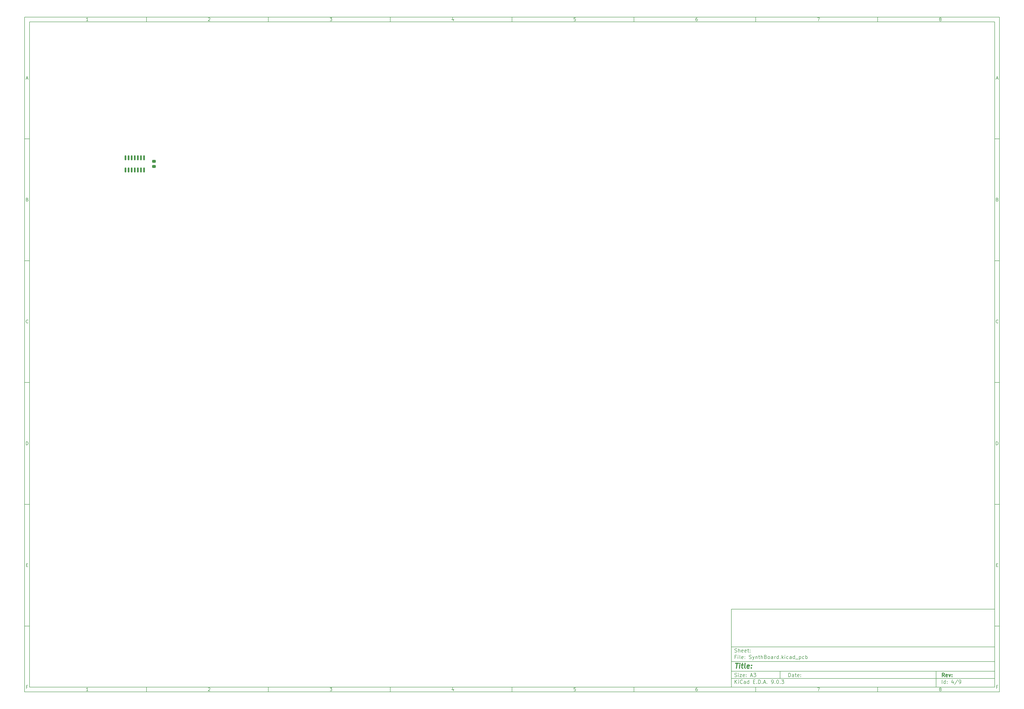
<source format=gbr>
%TF.GenerationSoftware,KiCad,Pcbnew,9.0.3*%
%TF.CreationDate,2025-09-21T20:18:17+09:00*%
%TF.ProjectId,SynthBoard,53796e74-6842-46f6-9172-642e6b696361,rev?*%
%TF.SameCoordinates,Original*%
%TF.FileFunction,Paste,Bot*%
%TF.FilePolarity,Positive*%
%FSLAX46Y46*%
G04 Gerber Fmt 4.6, Leading zero omitted, Abs format (unit mm)*
G04 Created by KiCad (PCBNEW 9.0.3) date 2025-09-21 20:18:17*
%MOMM*%
%LPD*%
G01*
G04 APERTURE LIST*
G04 Aperture macros list*
%AMRoundRect*
0 Rectangle with rounded corners*
0 $1 Rounding radius*
0 $2 $3 $4 $5 $6 $7 $8 $9 X,Y pos of 4 corners*
0 Add a 4 corners polygon primitive as box body*
4,1,4,$2,$3,$4,$5,$6,$7,$8,$9,$2,$3,0*
0 Add four circle primitives for the rounded corners*
1,1,$1+$1,$2,$3*
1,1,$1+$1,$4,$5*
1,1,$1+$1,$6,$7*
1,1,$1+$1,$8,$9*
0 Add four rect primitives between the rounded corners*
20,1,$1+$1,$2,$3,$4,$5,0*
20,1,$1+$1,$4,$5,$6,$7,0*
20,1,$1+$1,$6,$7,$8,$9,0*
20,1,$1+$1,$8,$9,$2,$3,0*%
G04 Aperture macros list end*
%ADD10C,0.100000*%
%ADD11C,0.150000*%
%ADD12C,0.300000*%
%ADD13C,0.400000*%
%ADD14RoundRect,0.150000X0.150000X-0.825000X0.150000X0.825000X-0.150000X0.825000X-0.150000X-0.825000X0*%
%ADD15RoundRect,0.250000X0.475000X-0.337500X0.475000X0.337500X-0.475000X0.337500X-0.475000X-0.337500X0*%
G04 APERTURE END LIST*
D10*
D11*
X299989000Y-253002200D02*
X407989000Y-253002200D01*
X407989000Y-285002200D01*
X299989000Y-285002200D01*
X299989000Y-253002200D01*
D10*
D11*
X10000000Y-10000000D02*
X409989000Y-10000000D01*
X409989000Y-287002200D01*
X10000000Y-287002200D01*
X10000000Y-10000000D01*
D10*
D11*
X12000000Y-12000000D02*
X407989000Y-12000000D01*
X407989000Y-285002200D01*
X12000000Y-285002200D01*
X12000000Y-12000000D01*
D10*
D11*
X60000000Y-12000000D02*
X60000000Y-10000000D01*
D10*
D11*
X110000000Y-12000000D02*
X110000000Y-10000000D01*
D10*
D11*
X160000000Y-12000000D02*
X160000000Y-10000000D01*
D10*
D11*
X210000000Y-12000000D02*
X210000000Y-10000000D01*
D10*
D11*
X260000000Y-12000000D02*
X260000000Y-10000000D01*
D10*
D11*
X310000000Y-12000000D02*
X310000000Y-10000000D01*
D10*
D11*
X360000000Y-12000000D02*
X360000000Y-10000000D01*
D10*
D11*
X36089160Y-11593604D02*
X35346303Y-11593604D01*
X35717731Y-11593604D02*
X35717731Y-10293604D01*
X35717731Y-10293604D02*
X35593922Y-10479319D01*
X35593922Y-10479319D02*
X35470112Y-10603128D01*
X35470112Y-10603128D02*
X35346303Y-10665033D01*
D10*
D11*
X85346303Y-10417414D02*
X85408207Y-10355509D01*
X85408207Y-10355509D02*
X85532017Y-10293604D01*
X85532017Y-10293604D02*
X85841541Y-10293604D01*
X85841541Y-10293604D02*
X85965350Y-10355509D01*
X85965350Y-10355509D02*
X86027255Y-10417414D01*
X86027255Y-10417414D02*
X86089160Y-10541223D01*
X86089160Y-10541223D02*
X86089160Y-10665033D01*
X86089160Y-10665033D02*
X86027255Y-10850747D01*
X86027255Y-10850747D02*
X85284398Y-11593604D01*
X85284398Y-11593604D02*
X86089160Y-11593604D01*
D10*
D11*
X135284398Y-10293604D02*
X136089160Y-10293604D01*
X136089160Y-10293604D02*
X135655826Y-10788842D01*
X135655826Y-10788842D02*
X135841541Y-10788842D01*
X135841541Y-10788842D02*
X135965350Y-10850747D01*
X135965350Y-10850747D02*
X136027255Y-10912652D01*
X136027255Y-10912652D02*
X136089160Y-11036461D01*
X136089160Y-11036461D02*
X136089160Y-11345985D01*
X136089160Y-11345985D02*
X136027255Y-11469795D01*
X136027255Y-11469795D02*
X135965350Y-11531700D01*
X135965350Y-11531700D02*
X135841541Y-11593604D01*
X135841541Y-11593604D02*
X135470112Y-11593604D01*
X135470112Y-11593604D02*
X135346303Y-11531700D01*
X135346303Y-11531700D02*
X135284398Y-11469795D01*
D10*
D11*
X185965350Y-10726938D02*
X185965350Y-11593604D01*
X185655826Y-10231700D02*
X185346303Y-11160271D01*
X185346303Y-11160271D02*
X186151064Y-11160271D01*
D10*
D11*
X236027255Y-10293604D02*
X235408207Y-10293604D01*
X235408207Y-10293604D02*
X235346303Y-10912652D01*
X235346303Y-10912652D02*
X235408207Y-10850747D01*
X235408207Y-10850747D02*
X235532017Y-10788842D01*
X235532017Y-10788842D02*
X235841541Y-10788842D01*
X235841541Y-10788842D02*
X235965350Y-10850747D01*
X235965350Y-10850747D02*
X236027255Y-10912652D01*
X236027255Y-10912652D02*
X236089160Y-11036461D01*
X236089160Y-11036461D02*
X236089160Y-11345985D01*
X236089160Y-11345985D02*
X236027255Y-11469795D01*
X236027255Y-11469795D02*
X235965350Y-11531700D01*
X235965350Y-11531700D02*
X235841541Y-11593604D01*
X235841541Y-11593604D02*
X235532017Y-11593604D01*
X235532017Y-11593604D02*
X235408207Y-11531700D01*
X235408207Y-11531700D02*
X235346303Y-11469795D01*
D10*
D11*
X285965350Y-10293604D02*
X285717731Y-10293604D01*
X285717731Y-10293604D02*
X285593922Y-10355509D01*
X285593922Y-10355509D02*
X285532017Y-10417414D01*
X285532017Y-10417414D02*
X285408207Y-10603128D01*
X285408207Y-10603128D02*
X285346303Y-10850747D01*
X285346303Y-10850747D02*
X285346303Y-11345985D01*
X285346303Y-11345985D02*
X285408207Y-11469795D01*
X285408207Y-11469795D02*
X285470112Y-11531700D01*
X285470112Y-11531700D02*
X285593922Y-11593604D01*
X285593922Y-11593604D02*
X285841541Y-11593604D01*
X285841541Y-11593604D02*
X285965350Y-11531700D01*
X285965350Y-11531700D02*
X286027255Y-11469795D01*
X286027255Y-11469795D02*
X286089160Y-11345985D01*
X286089160Y-11345985D02*
X286089160Y-11036461D01*
X286089160Y-11036461D02*
X286027255Y-10912652D01*
X286027255Y-10912652D02*
X285965350Y-10850747D01*
X285965350Y-10850747D02*
X285841541Y-10788842D01*
X285841541Y-10788842D02*
X285593922Y-10788842D01*
X285593922Y-10788842D02*
X285470112Y-10850747D01*
X285470112Y-10850747D02*
X285408207Y-10912652D01*
X285408207Y-10912652D02*
X285346303Y-11036461D01*
D10*
D11*
X335284398Y-10293604D02*
X336151064Y-10293604D01*
X336151064Y-10293604D02*
X335593922Y-11593604D01*
D10*
D11*
X385593922Y-10850747D02*
X385470112Y-10788842D01*
X385470112Y-10788842D02*
X385408207Y-10726938D01*
X385408207Y-10726938D02*
X385346303Y-10603128D01*
X385346303Y-10603128D02*
X385346303Y-10541223D01*
X385346303Y-10541223D02*
X385408207Y-10417414D01*
X385408207Y-10417414D02*
X385470112Y-10355509D01*
X385470112Y-10355509D02*
X385593922Y-10293604D01*
X385593922Y-10293604D02*
X385841541Y-10293604D01*
X385841541Y-10293604D02*
X385965350Y-10355509D01*
X385965350Y-10355509D02*
X386027255Y-10417414D01*
X386027255Y-10417414D02*
X386089160Y-10541223D01*
X386089160Y-10541223D02*
X386089160Y-10603128D01*
X386089160Y-10603128D02*
X386027255Y-10726938D01*
X386027255Y-10726938D02*
X385965350Y-10788842D01*
X385965350Y-10788842D02*
X385841541Y-10850747D01*
X385841541Y-10850747D02*
X385593922Y-10850747D01*
X385593922Y-10850747D02*
X385470112Y-10912652D01*
X385470112Y-10912652D02*
X385408207Y-10974557D01*
X385408207Y-10974557D02*
X385346303Y-11098366D01*
X385346303Y-11098366D02*
X385346303Y-11345985D01*
X385346303Y-11345985D02*
X385408207Y-11469795D01*
X385408207Y-11469795D02*
X385470112Y-11531700D01*
X385470112Y-11531700D02*
X385593922Y-11593604D01*
X385593922Y-11593604D02*
X385841541Y-11593604D01*
X385841541Y-11593604D02*
X385965350Y-11531700D01*
X385965350Y-11531700D02*
X386027255Y-11469795D01*
X386027255Y-11469795D02*
X386089160Y-11345985D01*
X386089160Y-11345985D02*
X386089160Y-11098366D01*
X386089160Y-11098366D02*
X386027255Y-10974557D01*
X386027255Y-10974557D02*
X385965350Y-10912652D01*
X385965350Y-10912652D02*
X385841541Y-10850747D01*
D10*
D11*
X60000000Y-285002200D02*
X60000000Y-287002200D01*
D10*
D11*
X110000000Y-285002200D02*
X110000000Y-287002200D01*
D10*
D11*
X160000000Y-285002200D02*
X160000000Y-287002200D01*
D10*
D11*
X210000000Y-285002200D02*
X210000000Y-287002200D01*
D10*
D11*
X260000000Y-285002200D02*
X260000000Y-287002200D01*
D10*
D11*
X310000000Y-285002200D02*
X310000000Y-287002200D01*
D10*
D11*
X360000000Y-285002200D02*
X360000000Y-287002200D01*
D10*
D11*
X36089160Y-286595804D02*
X35346303Y-286595804D01*
X35717731Y-286595804D02*
X35717731Y-285295804D01*
X35717731Y-285295804D02*
X35593922Y-285481519D01*
X35593922Y-285481519D02*
X35470112Y-285605328D01*
X35470112Y-285605328D02*
X35346303Y-285667233D01*
D10*
D11*
X85346303Y-285419614D02*
X85408207Y-285357709D01*
X85408207Y-285357709D02*
X85532017Y-285295804D01*
X85532017Y-285295804D02*
X85841541Y-285295804D01*
X85841541Y-285295804D02*
X85965350Y-285357709D01*
X85965350Y-285357709D02*
X86027255Y-285419614D01*
X86027255Y-285419614D02*
X86089160Y-285543423D01*
X86089160Y-285543423D02*
X86089160Y-285667233D01*
X86089160Y-285667233D02*
X86027255Y-285852947D01*
X86027255Y-285852947D02*
X85284398Y-286595804D01*
X85284398Y-286595804D02*
X86089160Y-286595804D01*
D10*
D11*
X135284398Y-285295804D02*
X136089160Y-285295804D01*
X136089160Y-285295804D02*
X135655826Y-285791042D01*
X135655826Y-285791042D02*
X135841541Y-285791042D01*
X135841541Y-285791042D02*
X135965350Y-285852947D01*
X135965350Y-285852947D02*
X136027255Y-285914852D01*
X136027255Y-285914852D02*
X136089160Y-286038661D01*
X136089160Y-286038661D02*
X136089160Y-286348185D01*
X136089160Y-286348185D02*
X136027255Y-286471995D01*
X136027255Y-286471995D02*
X135965350Y-286533900D01*
X135965350Y-286533900D02*
X135841541Y-286595804D01*
X135841541Y-286595804D02*
X135470112Y-286595804D01*
X135470112Y-286595804D02*
X135346303Y-286533900D01*
X135346303Y-286533900D02*
X135284398Y-286471995D01*
D10*
D11*
X185965350Y-285729138D02*
X185965350Y-286595804D01*
X185655826Y-285233900D02*
X185346303Y-286162471D01*
X185346303Y-286162471D02*
X186151064Y-286162471D01*
D10*
D11*
X236027255Y-285295804D02*
X235408207Y-285295804D01*
X235408207Y-285295804D02*
X235346303Y-285914852D01*
X235346303Y-285914852D02*
X235408207Y-285852947D01*
X235408207Y-285852947D02*
X235532017Y-285791042D01*
X235532017Y-285791042D02*
X235841541Y-285791042D01*
X235841541Y-285791042D02*
X235965350Y-285852947D01*
X235965350Y-285852947D02*
X236027255Y-285914852D01*
X236027255Y-285914852D02*
X236089160Y-286038661D01*
X236089160Y-286038661D02*
X236089160Y-286348185D01*
X236089160Y-286348185D02*
X236027255Y-286471995D01*
X236027255Y-286471995D02*
X235965350Y-286533900D01*
X235965350Y-286533900D02*
X235841541Y-286595804D01*
X235841541Y-286595804D02*
X235532017Y-286595804D01*
X235532017Y-286595804D02*
X235408207Y-286533900D01*
X235408207Y-286533900D02*
X235346303Y-286471995D01*
D10*
D11*
X285965350Y-285295804D02*
X285717731Y-285295804D01*
X285717731Y-285295804D02*
X285593922Y-285357709D01*
X285593922Y-285357709D02*
X285532017Y-285419614D01*
X285532017Y-285419614D02*
X285408207Y-285605328D01*
X285408207Y-285605328D02*
X285346303Y-285852947D01*
X285346303Y-285852947D02*
X285346303Y-286348185D01*
X285346303Y-286348185D02*
X285408207Y-286471995D01*
X285408207Y-286471995D02*
X285470112Y-286533900D01*
X285470112Y-286533900D02*
X285593922Y-286595804D01*
X285593922Y-286595804D02*
X285841541Y-286595804D01*
X285841541Y-286595804D02*
X285965350Y-286533900D01*
X285965350Y-286533900D02*
X286027255Y-286471995D01*
X286027255Y-286471995D02*
X286089160Y-286348185D01*
X286089160Y-286348185D02*
X286089160Y-286038661D01*
X286089160Y-286038661D02*
X286027255Y-285914852D01*
X286027255Y-285914852D02*
X285965350Y-285852947D01*
X285965350Y-285852947D02*
X285841541Y-285791042D01*
X285841541Y-285791042D02*
X285593922Y-285791042D01*
X285593922Y-285791042D02*
X285470112Y-285852947D01*
X285470112Y-285852947D02*
X285408207Y-285914852D01*
X285408207Y-285914852D02*
X285346303Y-286038661D01*
D10*
D11*
X335284398Y-285295804D02*
X336151064Y-285295804D01*
X336151064Y-285295804D02*
X335593922Y-286595804D01*
D10*
D11*
X385593922Y-285852947D02*
X385470112Y-285791042D01*
X385470112Y-285791042D02*
X385408207Y-285729138D01*
X385408207Y-285729138D02*
X385346303Y-285605328D01*
X385346303Y-285605328D02*
X385346303Y-285543423D01*
X385346303Y-285543423D02*
X385408207Y-285419614D01*
X385408207Y-285419614D02*
X385470112Y-285357709D01*
X385470112Y-285357709D02*
X385593922Y-285295804D01*
X385593922Y-285295804D02*
X385841541Y-285295804D01*
X385841541Y-285295804D02*
X385965350Y-285357709D01*
X385965350Y-285357709D02*
X386027255Y-285419614D01*
X386027255Y-285419614D02*
X386089160Y-285543423D01*
X386089160Y-285543423D02*
X386089160Y-285605328D01*
X386089160Y-285605328D02*
X386027255Y-285729138D01*
X386027255Y-285729138D02*
X385965350Y-285791042D01*
X385965350Y-285791042D02*
X385841541Y-285852947D01*
X385841541Y-285852947D02*
X385593922Y-285852947D01*
X385593922Y-285852947D02*
X385470112Y-285914852D01*
X385470112Y-285914852D02*
X385408207Y-285976757D01*
X385408207Y-285976757D02*
X385346303Y-286100566D01*
X385346303Y-286100566D02*
X385346303Y-286348185D01*
X385346303Y-286348185D02*
X385408207Y-286471995D01*
X385408207Y-286471995D02*
X385470112Y-286533900D01*
X385470112Y-286533900D02*
X385593922Y-286595804D01*
X385593922Y-286595804D02*
X385841541Y-286595804D01*
X385841541Y-286595804D02*
X385965350Y-286533900D01*
X385965350Y-286533900D02*
X386027255Y-286471995D01*
X386027255Y-286471995D02*
X386089160Y-286348185D01*
X386089160Y-286348185D02*
X386089160Y-286100566D01*
X386089160Y-286100566D02*
X386027255Y-285976757D01*
X386027255Y-285976757D02*
X385965350Y-285914852D01*
X385965350Y-285914852D02*
X385841541Y-285852947D01*
D10*
D11*
X10000000Y-60000000D02*
X12000000Y-60000000D01*
D10*
D11*
X10000000Y-110000000D02*
X12000000Y-110000000D01*
D10*
D11*
X10000000Y-160000000D02*
X12000000Y-160000000D01*
D10*
D11*
X10000000Y-210000000D02*
X12000000Y-210000000D01*
D10*
D11*
X10000000Y-260000000D02*
X12000000Y-260000000D01*
D10*
D11*
X10690476Y-35222176D02*
X11309523Y-35222176D01*
X10566666Y-35593604D02*
X10999999Y-34293604D01*
X10999999Y-34293604D02*
X11433333Y-35593604D01*
D10*
D11*
X11092857Y-84912652D02*
X11278571Y-84974557D01*
X11278571Y-84974557D02*
X11340476Y-85036461D01*
X11340476Y-85036461D02*
X11402380Y-85160271D01*
X11402380Y-85160271D02*
X11402380Y-85345985D01*
X11402380Y-85345985D02*
X11340476Y-85469795D01*
X11340476Y-85469795D02*
X11278571Y-85531700D01*
X11278571Y-85531700D02*
X11154761Y-85593604D01*
X11154761Y-85593604D02*
X10659523Y-85593604D01*
X10659523Y-85593604D02*
X10659523Y-84293604D01*
X10659523Y-84293604D02*
X11092857Y-84293604D01*
X11092857Y-84293604D02*
X11216666Y-84355509D01*
X11216666Y-84355509D02*
X11278571Y-84417414D01*
X11278571Y-84417414D02*
X11340476Y-84541223D01*
X11340476Y-84541223D02*
X11340476Y-84665033D01*
X11340476Y-84665033D02*
X11278571Y-84788842D01*
X11278571Y-84788842D02*
X11216666Y-84850747D01*
X11216666Y-84850747D02*
X11092857Y-84912652D01*
X11092857Y-84912652D02*
X10659523Y-84912652D01*
D10*
D11*
X11402380Y-135469795D02*
X11340476Y-135531700D01*
X11340476Y-135531700D02*
X11154761Y-135593604D01*
X11154761Y-135593604D02*
X11030952Y-135593604D01*
X11030952Y-135593604D02*
X10845238Y-135531700D01*
X10845238Y-135531700D02*
X10721428Y-135407890D01*
X10721428Y-135407890D02*
X10659523Y-135284080D01*
X10659523Y-135284080D02*
X10597619Y-135036461D01*
X10597619Y-135036461D02*
X10597619Y-134850747D01*
X10597619Y-134850747D02*
X10659523Y-134603128D01*
X10659523Y-134603128D02*
X10721428Y-134479319D01*
X10721428Y-134479319D02*
X10845238Y-134355509D01*
X10845238Y-134355509D02*
X11030952Y-134293604D01*
X11030952Y-134293604D02*
X11154761Y-134293604D01*
X11154761Y-134293604D02*
X11340476Y-134355509D01*
X11340476Y-134355509D02*
X11402380Y-134417414D01*
D10*
D11*
X10659523Y-185593604D02*
X10659523Y-184293604D01*
X10659523Y-184293604D02*
X10969047Y-184293604D01*
X10969047Y-184293604D02*
X11154761Y-184355509D01*
X11154761Y-184355509D02*
X11278571Y-184479319D01*
X11278571Y-184479319D02*
X11340476Y-184603128D01*
X11340476Y-184603128D02*
X11402380Y-184850747D01*
X11402380Y-184850747D02*
X11402380Y-185036461D01*
X11402380Y-185036461D02*
X11340476Y-185284080D01*
X11340476Y-185284080D02*
X11278571Y-185407890D01*
X11278571Y-185407890D02*
X11154761Y-185531700D01*
X11154761Y-185531700D02*
X10969047Y-185593604D01*
X10969047Y-185593604D02*
X10659523Y-185593604D01*
D10*
D11*
X10721428Y-234912652D02*
X11154762Y-234912652D01*
X11340476Y-235593604D02*
X10721428Y-235593604D01*
X10721428Y-235593604D02*
X10721428Y-234293604D01*
X10721428Y-234293604D02*
X11340476Y-234293604D01*
D10*
D11*
X11185714Y-284912652D02*
X10752380Y-284912652D01*
X10752380Y-285593604D02*
X10752380Y-284293604D01*
X10752380Y-284293604D02*
X11371428Y-284293604D01*
D10*
D11*
X409989000Y-60000000D02*
X407989000Y-60000000D01*
D10*
D11*
X409989000Y-110000000D02*
X407989000Y-110000000D01*
D10*
D11*
X409989000Y-160000000D02*
X407989000Y-160000000D01*
D10*
D11*
X409989000Y-210000000D02*
X407989000Y-210000000D01*
D10*
D11*
X409989000Y-260000000D02*
X407989000Y-260000000D01*
D10*
D11*
X408679476Y-35222176D02*
X409298523Y-35222176D01*
X408555666Y-35593604D02*
X408988999Y-34293604D01*
X408988999Y-34293604D02*
X409422333Y-35593604D01*
D10*
D11*
X409081857Y-84912652D02*
X409267571Y-84974557D01*
X409267571Y-84974557D02*
X409329476Y-85036461D01*
X409329476Y-85036461D02*
X409391380Y-85160271D01*
X409391380Y-85160271D02*
X409391380Y-85345985D01*
X409391380Y-85345985D02*
X409329476Y-85469795D01*
X409329476Y-85469795D02*
X409267571Y-85531700D01*
X409267571Y-85531700D02*
X409143761Y-85593604D01*
X409143761Y-85593604D02*
X408648523Y-85593604D01*
X408648523Y-85593604D02*
X408648523Y-84293604D01*
X408648523Y-84293604D02*
X409081857Y-84293604D01*
X409081857Y-84293604D02*
X409205666Y-84355509D01*
X409205666Y-84355509D02*
X409267571Y-84417414D01*
X409267571Y-84417414D02*
X409329476Y-84541223D01*
X409329476Y-84541223D02*
X409329476Y-84665033D01*
X409329476Y-84665033D02*
X409267571Y-84788842D01*
X409267571Y-84788842D02*
X409205666Y-84850747D01*
X409205666Y-84850747D02*
X409081857Y-84912652D01*
X409081857Y-84912652D02*
X408648523Y-84912652D01*
D10*
D11*
X409391380Y-135469795D02*
X409329476Y-135531700D01*
X409329476Y-135531700D02*
X409143761Y-135593604D01*
X409143761Y-135593604D02*
X409019952Y-135593604D01*
X409019952Y-135593604D02*
X408834238Y-135531700D01*
X408834238Y-135531700D02*
X408710428Y-135407890D01*
X408710428Y-135407890D02*
X408648523Y-135284080D01*
X408648523Y-135284080D02*
X408586619Y-135036461D01*
X408586619Y-135036461D02*
X408586619Y-134850747D01*
X408586619Y-134850747D02*
X408648523Y-134603128D01*
X408648523Y-134603128D02*
X408710428Y-134479319D01*
X408710428Y-134479319D02*
X408834238Y-134355509D01*
X408834238Y-134355509D02*
X409019952Y-134293604D01*
X409019952Y-134293604D02*
X409143761Y-134293604D01*
X409143761Y-134293604D02*
X409329476Y-134355509D01*
X409329476Y-134355509D02*
X409391380Y-134417414D01*
D10*
D11*
X408648523Y-185593604D02*
X408648523Y-184293604D01*
X408648523Y-184293604D02*
X408958047Y-184293604D01*
X408958047Y-184293604D02*
X409143761Y-184355509D01*
X409143761Y-184355509D02*
X409267571Y-184479319D01*
X409267571Y-184479319D02*
X409329476Y-184603128D01*
X409329476Y-184603128D02*
X409391380Y-184850747D01*
X409391380Y-184850747D02*
X409391380Y-185036461D01*
X409391380Y-185036461D02*
X409329476Y-185284080D01*
X409329476Y-185284080D02*
X409267571Y-185407890D01*
X409267571Y-185407890D02*
X409143761Y-185531700D01*
X409143761Y-185531700D02*
X408958047Y-185593604D01*
X408958047Y-185593604D02*
X408648523Y-185593604D01*
D10*
D11*
X408710428Y-234912652D02*
X409143762Y-234912652D01*
X409329476Y-235593604D02*
X408710428Y-235593604D01*
X408710428Y-235593604D02*
X408710428Y-234293604D01*
X408710428Y-234293604D02*
X409329476Y-234293604D01*
D10*
D11*
X409174714Y-284912652D02*
X408741380Y-284912652D01*
X408741380Y-285593604D02*
X408741380Y-284293604D01*
X408741380Y-284293604D02*
X409360428Y-284293604D01*
D10*
D11*
X323444826Y-280788328D02*
X323444826Y-279288328D01*
X323444826Y-279288328D02*
X323801969Y-279288328D01*
X323801969Y-279288328D02*
X324016255Y-279359757D01*
X324016255Y-279359757D02*
X324159112Y-279502614D01*
X324159112Y-279502614D02*
X324230541Y-279645471D01*
X324230541Y-279645471D02*
X324301969Y-279931185D01*
X324301969Y-279931185D02*
X324301969Y-280145471D01*
X324301969Y-280145471D02*
X324230541Y-280431185D01*
X324230541Y-280431185D02*
X324159112Y-280574042D01*
X324159112Y-280574042D02*
X324016255Y-280716900D01*
X324016255Y-280716900D02*
X323801969Y-280788328D01*
X323801969Y-280788328D02*
X323444826Y-280788328D01*
X325587684Y-280788328D02*
X325587684Y-280002614D01*
X325587684Y-280002614D02*
X325516255Y-279859757D01*
X325516255Y-279859757D02*
X325373398Y-279788328D01*
X325373398Y-279788328D02*
X325087684Y-279788328D01*
X325087684Y-279788328D02*
X324944826Y-279859757D01*
X325587684Y-280716900D02*
X325444826Y-280788328D01*
X325444826Y-280788328D02*
X325087684Y-280788328D01*
X325087684Y-280788328D02*
X324944826Y-280716900D01*
X324944826Y-280716900D02*
X324873398Y-280574042D01*
X324873398Y-280574042D02*
X324873398Y-280431185D01*
X324873398Y-280431185D02*
X324944826Y-280288328D01*
X324944826Y-280288328D02*
X325087684Y-280216900D01*
X325087684Y-280216900D02*
X325444826Y-280216900D01*
X325444826Y-280216900D02*
X325587684Y-280145471D01*
X326087684Y-279788328D02*
X326659112Y-279788328D01*
X326301969Y-279288328D02*
X326301969Y-280574042D01*
X326301969Y-280574042D02*
X326373398Y-280716900D01*
X326373398Y-280716900D02*
X326516255Y-280788328D01*
X326516255Y-280788328D02*
X326659112Y-280788328D01*
X327730541Y-280716900D02*
X327587684Y-280788328D01*
X327587684Y-280788328D02*
X327301970Y-280788328D01*
X327301970Y-280788328D02*
X327159112Y-280716900D01*
X327159112Y-280716900D02*
X327087684Y-280574042D01*
X327087684Y-280574042D02*
X327087684Y-280002614D01*
X327087684Y-280002614D02*
X327159112Y-279859757D01*
X327159112Y-279859757D02*
X327301970Y-279788328D01*
X327301970Y-279788328D02*
X327587684Y-279788328D01*
X327587684Y-279788328D02*
X327730541Y-279859757D01*
X327730541Y-279859757D02*
X327801970Y-280002614D01*
X327801970Y-280002614D02*
X327801970Y-280145471D01*
X327801970Y-280145471D02*
X327087684Y-280288328D01*
X328444826Y-280645471D02*
X328516255Y-280716900D01*
X328516255Y-280716900D02*
X328444826Y-280788328D01*
X328444826Y-280788328D02*
X328373398Y-280716900D01*
X328373398Y-280716900D02*
X328444826Y-280645471D01*
X328444826Y-280645471D02*
X328444826Y-280788328D01*
X328444826Y-279859757D02*
X328516255Y-279931185D01*
X328516255Y-279931185D02*
X328444826Y-280002614D01*
X328444826Y-280002614D02*
X328373398Y-279931185D01*
X328373398Y-279931185D02*
X328444826Y-279859757D01*
X328444826Y-279859757D02*
X328444826Y-280002614D01*
D10*
D11*
X299989000Y-281502200D02*
X407989000Y-281502200D01*
D10*
D11*
X301444826Y-283588328D02*
X301444826Y-282088328D01*
X302301969Y-283588328D02*
X301659112Y-282731185D01*
X302301969Y-282088328D02*
X301444826Y-282945471D01*
X302944826Y-283588328D02*
X302944826Y-282588328D01*
X302944826Y-282088328D02*
X302873398Y-282159757D01*
X302873398Y-282159757D02*
X302944826Y-282231185D01*
X302944826Y-282231185D02*
X303016255Y-282159757D01*
X303016255Y-282159757D02*
X302944826Y-282088328D01*
X302944826Y-282088328D02*
X302944826Y-282231185D01*
X304516255Y-283445471D02*
X304444827Y-283516900D01*
X304444827Y-283516900D02*
X304230541Y-283588328D01*
X304230541Y-283588328D02*
X304087684Y-283588328D01*
X304087684Y-283588328D02*
X303873398Y-283516900D01*
X303873398Y-283516900D02*
X303730541Y-283374042D01*
X303730541Y-283374042D02*
X303659112Y-283231185D01*
X303659112Y-283231185D02*
X303587684Y-282945471D01*
X303587684Y-282945471D02*
X303587684Y-282731185D01*
X303587684Y-282731185D02*
X303659112Y-282445471D01*
X303659112Y-282445471D02*
X303730541Y-282302614D01*
X303730541Y-282302614D02*
X303873398Y-282159757D01*
X303873398Y-282159757D02*
X304087684Y-282088328D01*
X304087684Y-282088328D02*
X304230541Y-282088328D01*
X304230541Y-282088328D02*
X304444827Y-282159757D01*
X304444827Y-282159757D02*
X304516255Y-282231185D01*
X305801970Y-283588328D02*
X305801970Y-282802614D01*
X305801970Y-282802614D02*
X305730541Y-282659757D01*
X305730541Y-282659757D02*
X305587684Y-282588328D01*
X305587684Y-282588328D02*
X305301970Y-282588328D01*
X305301970Y-282588328D02*
X305159112Y-282659757D01*
X305801970Y-283516900D02*
X305659112Y-283588328D01*
X305659112Y-283588328D02*
X305301970Y-283588328D01*
X305301970Y-283588328D02*
X305159112Y-283516900D01*
X305159112Y-283516900D02*
X305087684Y-283374042D01*
X305087684Y-283374042D02*
X305087684Y-283231185D01*
X305087684Y-283231185D02*
X305159112Y-283088328D01*
X305159112Y-283088328D02*
X305301970Y-283016900D01*
X305301970Y-283016900D02*
X305659112Y-283016900D01*
X305659112Y-283016900D02*
X305801970Y-282945471D01*
X307159113Y-283588328D02*
X307159113Y-282088328D01*
X307159113Y-283516900D02*
X307016255Y-283588328D01*
X307016255Y-283588328D02*
X306730541Y-283588328D01*
X306730541Y-283588328D02*
X306587684Y-283516900D01*
X306587684Y-283516900D02*
X306516255Y-283445471D01*
X306516255Y-283445471D02*
X306444827Y-283302614D01*
X306444827Y-283302614D02*
X306444827Y-282874042D01*
X306444827Y-282874042D02*
X306516255Y-282731185D01*
X306516255Y-282731185D02*
X306587684Y-282659757D01*
X306587684Y-282659757D02*
X306730541Y-282588328D01*
X306730541Y-282588328D02*
X307016255Y-282588328D01*
X307016255Y-282588328D02*
X307159113Y-282659757D01*
X309016255Y-282802614D02*
X309516255Y-282802614D01*
X309730541Y-283588328D02*
X309016255Y-283588328D01*
X309016255Y-283588328D02*
X309016255Y-282088328D01*
X309016255Y-282088328D02*
X309730541Y-282088328D01*
X310373398Y-283445471D02*
X310444827Y-283516900D01*
X310444827Y-283516900D02*
X310373398Y-283588328D01*
X310373398Y-283588328D02*
X310301970Y-283516900D01*
X310301970Y-283516900D02*
X310373398Y-283445471D01*
X310373398Y-283445471D02*
X310373398Y-283588328D01*
X311087684Y-283588328D02*
X311087684Y-282088328D01*
X311087684Y-282088328D02*
X311444827Y-282088328D01*
X311444827Y-282088328D02*
X311659113Y-282159757D01*
X311659113Y-282159757D02*
X311801970Y-282302614D01*
X311801970Y-282302614D02*
X311873399Y-282445471D01*
X311873399Y-282445471D02*
X311944827Y-282731185D01*
X311944827Y-282731185D02*
X311944827Y-282945471D01*
X311944827Y-282945471D02*
X311873399Y-283231185D01*
X311873399Y-283231185D02*
X311801970Y-283374042D01*
X311801970Y-283374042D02*
X311659113Y-283516900D01*
X311659113Y-283516900D02*
X311444827Y-283588328D01*
X311444827Y-283588328D02*
X311087684Y-283588328D01*
X312587684Y-283445471D02*
X312659113Y-283516900D01*
X312659113Y-283516900D02*
X312587684Y-283588328D01*
X312587684Y-283588328D02*
X312516256Y-283516900D01*
X312516256Y-283516900D02*
X312587684Y-283445471D01*
X312587684Y-283445471D02*
X312587684Y-283588328D01*
X313230542Y-283159757D02*
X313944828Y-283159757D01*
X313087685Y-283588328D02*
X313587685Y-282088328D01*
X313587685Y-282088328D02*
X314087685Y-283588328D01*
X314587684Y-283445471D02*
X314659113Y-283516900D01*
X314659113Y-283516900D02*
X314587684Y-283588328D01*
X314587684Y-283588328D02*
X314516256Y-283516900D01*
X314516256Y-283516900D02*
X314587684Y-283445471D01*
X314587684Y-283445471D02*
X314587684Y-283588328D01*
X316516256Y-283588328D02*
X316801970Y-283588328D01*
X316801970Y-283588328D02*
X316944827Y-283516900D01*
X316944827Y-283516900D02*
X317016256Y-283445471D01*
X317016256Y-283445471D02*
X317159113Y-283231185D01*
X317159113Y-283231185D02*
X317230542Y-282945471D01*
X317230542Y-282945471D02*
X317230542Y-282374042D01*
X317230542Y-282374042D02*
X317159113Y-282231185D01*
X317159113Y-282231185D02*
X317087685Y-282159757D01*
X317087685Y-282159757D02*
X316944827Y-282088328D01*
X316944827Y-282088328D02*
X316659113Y-282088328D01*
X316659113Y-282088328D02*
X316516256Y-282159757D01*
X316516256Y-282159757D02*
X316444827Y-282231185D01*
X316444827Y-282231185D02*
X316373399Y-282374042D01*
X316373399Y-282374042D02*
X316373399Y-282731185D01*
X316373399Y-282731185D02*
X316444827Y-282874042D01*
X316444827Y-282874042D02*
X316516256Y-282945471D01*
X316516256Y-282945471D02*
X316659113Y-283016900D01*
X316659113Y-283016900D02*
X316944827Y-283016900D01*
X316944827Y-283016900D02*
X317087685Y-282945471D01*
X317087685Y-282945471D02*
X317159113Y-282874042D01*
X317159113Y-282874042D02*
X317230542Y-282731185D01*
X317873398Y-283445471D02*
X317944827Y-283516900D01*
X317944827Y-283516900D02*
X317873398Y-283588328D01*
X317873398Y-283588328D02*
X317801970Y-283516900D01*
X317801970Y-283516900D02*
X317873398Y-283445471D01*
X317873398Y-283445471D02*
X317873398Y-283588328D01*
X318873399Y-282088328D02*
X319016256Y-282088328D01*
X319016256Y-282088328D02*
X319159113Y-282159757D01*
X319159113Y-282159757D02*
X319230542Y-282231185D01*
X319230542Y-282231185D02*
X319301970Y-282374042D01*
X319301970Y-282374042D02*
X319373399Y-282659757D01*
X319373399Y-282659757D02*
X319373399Y-283016900D01*
X319373399Y-283016900D02*
X319301970Y-283302614D01*
X319301970Y-283302614D02*
X319230542Y-283445471D01*
X319230542Y-283445471D02*
X319159113Y-283516900D01*
X319159113Y-283516900D02*
X319016256Y-283588328D01*
X319016256Y-283588328D02*
X318873399Y-283588328D01*
X318873399Y-283588328D02*
X318730542Y-283516900D01*
X318730542Y-283516900D02*
X318659113Y-283445471D01*
X318659113Y-283445471D02*
X318587684Y-283302614D01*
X318587684Y-283302614D02*
X318516256Y-283016900D01*
X318516256Y-283016900D02*
X318516256Y-282659757D01*
X318516256Y-282659757D02*
X318587684Y-282374042D01*
X318587684Y-282374042D02*
X318659113Y-282231185D01*
X318659113Y-282231185D02*
X318730542Y-282159757D01*
X318730542Y-282159757D02*
X318873399Y-282088328D01*
X320016255Y-283445471D02*
X320087684Y-283516900D01*
X320087684Y-283516900D02*
X320016255Y-283588328D01*
X320016255Y-283588328D02*
X319944827Y-283516900D01*
X319944827Y-283516900D02*
X320016255Y-283445471D01*
X320016255Y-283445471D02*
X320016255Y-283588328D01*
X320587684Y-282088328D02*
X321516256Y-282088328D01*
X321516256Y-282088328D02*
X321016256Y-282659757D01*
X321016256Y-282659757D02*
X321230541Y-282659757D01*
X321230541Y-282659757D02*
X321373399Y-282731185D01*
X321373399Y-282731185D02*
X321444827Y-282802614D01*
X321444827Y-282802614D02*
X321516256Y-282945471D01*
X321516256Y-282945471D02*
X321516256Y-283302614D01*
X321516256Y-283302614D02*
X321444827Y-283445471D01*
X321444827Y-283445471D02*
X321373399Y-283516900D01*
X321373399Y-283516900D02*
X321230541Y-283588328D01*
X321230541Y-283588328D02*
X320801970Y-283588328D01*
X320801970Y-283588328D02*
X320659113Y-283516900D01*
X320659113Y-283516900D02*
X320587684Y-283445471D01*
D10*
D11*
X299989000Y-278502200D02*
X407989000Y-278502200D01*
D10*
D12*
X387400653Y-280780528D02*
X386900653Y-280066242D01*
X386543510Y-280780528D02*
X386543510Y-279280528D01*
X386543510Y-279280528D02*
X387114939Y-279280528D01*
X387114939Y-279280528D02*
X387257796Y-279351957D01*
X387257796Y-279351957D02*
X387329225Y-279423385D01*
X387329225Y-279423385D02*
X387400653Y-279566242D01*
X387400653Y-279566242D02*
X387400653Y-279780528D01*
X387400653Y-279780528D02*
X387329225Y-279923385D01*
X387329225Y-279923385D02*
X387257796Y-279994814D01*
X387257796Y-279994814D02*
X387114939Y-280066242D01*
X387114939Y-280066242D02*
X386543510Y-280066242D01*
X388614939Y-280709100D02*
X388472082Y-280780528D01*
X388472082Y-280780528D02*
X388186368Y-280780528D01*
X388186368Y-280780528D02*
X388043510Y-280709100D01*
X388043510Y-280709100D02*
X387972082Y-280566242D01*
X387972082Y-280566242D02*
X387972082Y-279994814D01*
X387972082Y-279994814D02*
X388043510Y-279851957D01*
X388043510Y-279851957D02*
X388186368Y-279780528D01*
X388186368Y-279780528D02*
X388472082Y-279780528D01*
X388472082Y-279780528D02*
X388614939Y-279851957D01*
X388614939Y-279851957D02*
X388686368Y-279994814D01*
X388686368Y-279994814D02*
X388686368Y-280137671D01*
X388686368Y-280137671D02*
X387972082Y-280280528D01*
X389186367Y-279780528D02*
X389543510Y-280780528D01*
X389543510Y-280780528D02*
X389900653Y-279780528D01*
X390472081Y-280637671D02*
X390543510Y-280709100D01*
X390543510Y-280709100D02*
X390472081Y-280780528D01*
X390472081Y-280780528D02*
X390400653Y-280709100D01*
X390400653Y-280709100D02*
X390472081Y-280637671D01*
X390472081Y-280637671D02*
X390472081Y-280780528D01*
X390472081Y-279851957D02*
X390543510Y-279923385D01*
X390543510Y-279923385D02*
X390472081Y-279994814D01*
X390472081Y-279994814D02*
X390400653Y-279923385D01*
X390400653Y-279923385D02*
X390472081Y-279851957D01*
X390472081Y-279851957D02*
X390472081Y-279994814D01*
D10*
D11*
X301373398Y-280716900D02*
X301587684Y-280788328D01*
X301587684Y-280788328D02*
X301944826Y-280788328D01*
X301944826Y-280788328D02*
X302087684Y-280716900D01*
X302087684Y-280716900D02*
X302159112Y-280645471D01*
X302159112Y-280645471D02*
X302230541Y-280502614D01*
X302230541Y-280502614D02*
X302230541Y-280359757D01*
X302230541Y-280359757D02*
X302159112Y-280216900D01*
X302159112Y-280216900D02*
X302087684Y-280145471D01*
X302087684Y-280145471D02*
X301944826Y-280074042D01*
X301944826Y-280074042D02*
X301659112Y-280002614D01*
X301659112Y-280002614D02*
X301516255Y-279931185D01*
X301516255Y-279931185D02*
X301444826Y-279859757D01*
X301444826Y-279859757D02*
X301373398Y-279716900D01*
X301373398Y-279716900D02*
X301373398Y-279574042D01*
X301373398Y-279574042D02*
X301444826Y-279431185D01*
X301444826Y-279431185D02*
X301516255Y-279359757D01*
X301516255Y-279359757D02*
X301659112Y-279288328D01*
X301659112Y-279288328D02*
X302016255Y-279288328D01*
X302016255Y-279288328D02*
X302230541Y-279359757D01*
X302873397Y-280788328D02*
X302873397Y-279788328D01*
X302873397Y-279288328D02*
X302801969Y-279359757D01*
X302801969Y-279359757D02*
X302873397Y-279431185D01*
X302873397Y-279431185D02*
X302944826Y-279359757D01*
X302944826Y-279359757D02*
X302873397Y-279288328D01*
X302873397Y-279288328D02*
X302873397Y-279431185D01*
X303444826Y-279788328D02*
X304230541Y-279788328D01*
X304230541Y-279788328D02*
X303444826Y-280788328D01*
X303444826Y-280788328D02*
X304230541Y-280788328D01*
X305373398Y-280716900D02*
X305230541Y-280788328D01*
X305230541Y-280788328D02*
X304944827Y-280788328D01*
X304944827Y-280788328D02*
X304801969Y-280716900D01*
X304801969Y-280716900D02*
X304730541Y-280574042D01*
X304730541Y-280574042D02*
X304730541Y-280002614D01*
X304730541Y-280002614D02*
X304801969Y-279859757D01*
X304801969Y-279859757D02*
X304944827Y-279788328D01*
X304944827Y-279788328D02*
X305230541Y-279788328D01*
X305230541Y-279788328D02*
X305373398Y-279859757D01*
X305373398Y-279859757D02*
X305444827Y-280002614D01*
X305444827Y-280002614D02*
X305444827Y-280145471D01*
X305444827Y-280145471D02*
X304730541Y-280288328D01*
X306087683Y-280645471D02*
X306159112Y-280716900D01*
X306159112Y-280716900D02*
X306087683Y-280788328D01*
X306087683Y-280788328D02*
X306016255Y-280716900D01*
X306016255Y-280716900D02*
X306087683Y-280645471D01*
X306087683Y-280645471D02*
X306087683Y-280788328D01*
X306087683Y-279859757D02*
X306159112Y-279931185D01*
X306159112Y-279931185D02*
X306087683Y-280002614D01*
X306087683Y-280002614D02*
X306016255Y-279931185D01*
X306016255Y-279931185D02*
X306087683Y-279859757D01*
X306087683Y-279859757D02*
X306087683Y-280002614D01*
X307873398Y-280359757D02*
X308587684Y-280359757D01*
X307730541Y-280788328D02*
X308230541Y-279288328D01*
X308230541Y-279288328D02*
X308730541Y-280788328D01*
X309087683Y-279288328D02*
X310016255Y-279288328D01*
X310016255Y-279288328D02*
X309516255Y-279859757D01*
X309516255Y-279859757D02*
X309730540Y-279859757D01*
X309730540Y-279859757D02*
X309873398Y-279931185D01*
X309873398Y-279931185D02*
X309944826Y-280002614D01*
X309944826Y-280002614D02*
X310016255Y-280145471D01*
X310016255Y-280145471D02*
X310016255Y-280502614D01*
X310016255Y-280502614D02*
X309944826Y-280645471D01*
X309944826Y-280645471D02*
X309873398Y-280716900D01*
X309873398Y-280716900D02*
X309730540Y-280788328D01*
X309730540Y-280788328D02*
X309301969Y-280788328D01*
X309301969Y-280788328D02*
X309159112Y-280716900D01*
X309159112Y-280716900D02*
X309087683Y-280645471D01*
D10*
D11*
X386444826Y-283588328D02*
X386444826Y-282088328D01*
X387801970Y-283588328D02*
X387801970Y-282088328D01*
X387801970Y-283516900D02*
X387659112Y-283588328D01*
X387659112Y-283588328D02*
X387373398Y-283588328D01*
X387373398Y-283588328D02*
X387230541Y-283516900D01*
X387230541Y-283516900D02*
X387159112Y-283445471D01*
X387159112Y-283445471D02*
X387087684Y-283302614D01*
X387087684Y-283302614D02*
X387087684Y-282874042D01*
X387087684Y-282874042D02*
X387159112Y-282731185D01*
X387159112Y-282731185D02*
X387230541Y-282659757D01*
X387230541Y-282659757D02*
X387373398Y-282588328D01*
X387373398Y-282588328D02*
X387659112Y-282588328D01*
X387659112Y-282588328D02*
X387801970Y-282659757D01*
X388516255Y-283445471D02*
X388587684Y-283516900D01*
X388587684Y-283516900D02*
X388516255Y-283588328D01*
X388516255Y-283588328D02*
X388444827Y-283516900D01*
X388444827Y-283516900D02*
X388516255Y-283445471D01*
X388516255Y-283445471D02*
X388516255Y-283588328D01*
X388516255Y-282659757D02*
X388587684Y-282731185D01*
X388587684Y-282731185D02*
X388516255Y-282802614D01*
X388516255Y-282802614D02*
X388444827Y-282731185D01*
X388444827Y-282731185D02*
X388516255Y-282659757D01*
X388516255Y-282659757D02*
X388516255Y-282802614D01*
X391016256Y-282588328D02*
X391016256Y-283588328D01*
X390659113Y-282016900D02*
X390301970Y-283088328D01*
X390301970Y-283088328D02*
X391230541Y-283088328D01*
X392873398Y-282016900D02*
X391587684Y-283945471D01*
X393444827Y-283588328D02*
X393730541Y-283588328D01*
X393730541Y-283588328D02*
X393873398Y-283516900D01*
X393873398Y-283516900D02*
X393944827Y-283445471D01*
X393944827Y-283445471D02*
X394087684Y-283231185D01*
X394087684Y-283231185D02*
X394159113Y-282945471D01*
X394159113Y-282945471D02*
X394159113Y-282374042D01*
X394159113Y-282374042D02*
X394087684Y-282231185D01*
X394087684Y-282231185D02*
X394016256Y-282159757D01*
X394016256Y-282159757D02*
X393873398Y-282088328D01*
X393873398Y-282088328D02*
X393587684Y-282088328D01*
X393587684Y-282088328D02*
X393444827Y-282159757D01*
X393444827Y-282159757D02*
X393373398Y-282231185D01*
X393373398Y-282231185D02*
X393301970Y-282374042D01*
X393301970Y-282374042D02*
X393301970Y-282731185D01*
X393301970Y-282731185D02*
X393373398Y-282874042D01*
X393373398Y-282874042D02*
X393444827Y-282945471D01*
X393444827Y-282945471D02*
X393587684Y-283016900D01*
X393587684Y-283016900D02*
X393873398Y-283016900D01*
X393873398Y-283016900D02*
X394016256Y-282945471D01*
X394016256Y-282945471D02*
X394087684Y-282874042D01*
X394087684Y-282874042D02*
X394159113Y-282731185D01*
D10*
D11*
X299989000Y-274502200D02*
X407989000Y-274502200D01*
D10*
D13*
X301680728Y-275206638D02*
X302823585Y-275206638D01*
X302002157Y-277206638D02*
X302252157Y-275206638D01*
X303240252Y-277206638D02*
X303406919Y-275873304D01*
X303490252Y-275206638D02*
X303383109Y-275301876D01*
X303383109Y-275301876D02*
X303466443Y-275397114D01*
X303466443Y-275397114D02*
X303573586Y-275301876D01*
X303573586Y-275301876D02*
X303490252Y-275206638D01*
X303490252Y-275206638D02*
X303466443Y-275397114D01*
X304073586Y-275873304D02*
X304835490Y-275873304D01*
X304442633Y-275206638D02*
X304228348Y-276920923D01*
X304228348Y-276920923D02*
X304299776Y-277111400D01*
X304299776Y-277111400D02*
X304478348Y-277206638D01*
X304478348Y-277206638D02*
X304668824Y-277206638D01*
X305621205Y-277206638D02*
X305442633Y-277111400D01*
X305442633Y-277111400D02*
X305371205Y-276920923D01*
X305371205Y-276920923D02*
X305585490Y-275206638D01*
X307156919Y-277111400D02*
X306954538Y-277206638D01*
X306954538Y-277206638D02*
X306573585Y-277206638D01*
X306573585Y-277206638D02*
X306395014Y-277111400D01*
X306395014Y-277111400D02*
X306323585Y-276920923D01*
X306323585Y-276920923D02*
X306418824Y-276159019D01*
X306418824Y-276159019D02*
X306537871Y-275968542D01*
X306537871Y-275968542D02*
X306740252Y-275873304D01*
X306740252Y-275873304D02*
X307121204Y-275873304D01*
X307121204Y-275873304D02*
X307299776Y-275968542D01*
X307299776Y-275968542D02*
X307371204Y-276159019D01*
X307371204Y-276159019D02*
X307347395Y-276349495D01*
X307347395Y-276349495D02*
X306371204Y-276539971D01*
X308121205Y-277016161D02*
X308204538Y-277111400D01*
X308204538Y-277111400D02*
X308097395Y-277206638D01*
X308097395Y-277206638D02*
X308014062Y-277111400D01*
X308014062Y-277111400D02*
X308121205Y-277016161D01*
X308121205Y-277016161D02*
X308097395Y-277206638D01*
X308252157Y-275968542D02*
X308335490Y-276063780D01*
X308335490Y-276063780D02*
X308228348Y-276159019D01*
X308228348Y-276159019D02*
X308145014Y-276063780D01*
X308145014Y-276063780D02*
X308252157Y-275968542D01*
X308252157Y-275968542D02*
X308228348Y-276159019D01*
D10*
D11*
X301944826Y-272602614D02*
X301444826Y-272602614D01*
X301444826Y-273388328D02*
X301444826Y-271888328D01*
X301444826Y-271888328D02*
X302159112Y-271888328D01*
X302730540Y-273388328D02*
X302730540Y-272388328D01*
X302730540Y-271888328D02*
X302659112Y-271959757D01*
X302659112Y-271959757D02*
X302730540Y-272031185D01*
X302730540Y-272031185D02*
X302801969Y-271959757D01*
X302801969Y-271959757D02*
X302730540Y-271888328D01*
X302730540Y-271888328D02*
X302730540Y-272031185D01*
X303659112Y-273388328D02*
X303516255Y-273316900D01*
X303516255Y-273316900D02*
X303444826Y-273174042D01*
X303444826Y-273174042D02*
X303444826Y-271888328D01*
X304801969Y-273316900D02*
X304659112Y-273388328D01*
X304659112Y-273388328D02*
X304373398Y-273388328D01*
X304373398Y-273388328D02*
X304230540Y-273316900D01*
X304230540Y-273316900D02*
X304159112Y-273174042D01*
X304159112Y-273174042D02*
X304159112Y-272602614D01*
X304159112Y-272602614D02*
X304230540Y-272459757D01*
X304230540Y-272459757D02*
X304373398Y-272388328D01*
X304373398Y-272388328D02*
X304659112Y-272388328D01*
X304659112Y-272388328D02*
X304801969Y-272459757D01*
X304801969Y-272459757D02*
X304873398Y-272602614D01*
X304873398Y-272602614D02*
X304873398Y-272745471D01*
X304873398Y-272745471D02*
X304159112Y-272888328D01*
X305516254Y-273245471D02*
X305587683Y-273316900D01*
X305587683Y-273316900D02*
X305516254Y-273388328D01*
X305516254Y-273388328D02*
X305444826Y-273316900D01*
X305444826Y-273316900D02*
X305516254Y-273245471D01*
X305516254Y-273245471D02*
X305516254Y-273388328D01*
X305516254Y-272459757D02*
X305587683Y-272531185D01*
X305587683Y-272531185D02*
X305516254Y-272602614D01*
X305516254Y-272602614D02*
X305444826Y-272531185D01*
X305444826Y-272531185D02*
X305516254Y-272459757D01*
X305516254Y-272459757D02*
X305516254Y-272602614D01*
X307301969Y-273316900D02*
X307516255Y-273388328D01*
X307516255Y-273388328D02*
X307873397Y-273388328D01*
X307873397Y-273388328D02*
X308016255Y-273316900D01*
X308016255Y-273316900D02*
X308087683Y-273245471D01*
X308087683Y-273245471D02*
X308159112Y-273102614D01*
X308159112Y-273102614D02*
X308159112Y-272959757D01*
X308159112Y-272959757D02*
X308087683Y-272816900D01*
X308087683Y-272816900D02*
X308016255Y-272745471D01*
X308016255Y-272745471D02*
X307873397Y-272674042D01*
X307873397Y-272674042D02*
X307587683Y-272602614D01*
X307587683Y-272602614D02*
X307444826Y-272531185D01*
X307444826Y-272531185D02*
X307373397Y-272459757D01*
X307373397Y-272459757D02*
X307301969Y-272316900D01*
X307301969Y-272316900D02*
X307301969Y-272174042D01*
X307301969Y-272174042D02*
X307373397Y-272031185D01*
X307373397Y-272031185D02*
X307444826Y-271959757D01*
X307444826Y-271959757D02*
X307587683Y-271888328D01*
X307587683Y-271888328D02*
X307944826Y-271888328D01*
X307944826Y-271888328D02*
X308159112Y-271959757D01*
X308659111Y-272388328D02*
X309016254Y-273388328D01*
X309373397Y-272388328D02*
X309016254Y-273388328D01*
X309016254Y-273388328D02*
X308873397Y-273745471D01*
X308873397Y-273745471D02*
X308801968Y-273816900D01*
X308801968Y-273816900D02*
X308659111Y-273888328D01*
X309944825Y-272388328D02*
X309944825Y-273388328D01*
X309944825Y-272531185D02*
X310016254Y-272459757D01*
X310016254Y-272459757D02*
X310159111Y-272388328D01*
X310159111Y-272388328D02*
X310373397Y-272388328D01*
X310373397Y-272388328D02*
X310516254Y-272459757D01*
X310516254Y-272459757D02*
X310587683Y-272602614D01*
X310587683Y-272602614D02*
X310587683Y-273388328D01*
X311087683Y-272388328D02*
X311659111Y-272388328D01*
X311301968Y-271888328D02*
X311301968Y-273174042D01*
X311301968Y-273174042D02*
X311373397Y-273316900D01*
X311373397Y-273316900D02*
X311516254Y-273388328D01*
X311516254Y-273388328D02*
X311659111Y-273388328D01*
X312159111Y-273388328D02*
X312159111Y-271888328D01*
X312801969Y-273388328D02*
X312801969Y-272602614D01*
X312801969Y-272602614D02*
X312730540Y-272459757D01*
X312730540Y-272459757D02*
X312587683Y-272388328D01*
X312587683Y-272388328D02*
X312373397Y-272388328D01*
X312373397Y-272388328D02*
X312230540Y-272459757D01*
X312230540Y-272459757D02*
X312159111Y-272531185D01*
X314016254Y-272602614D02*
X314230540Y-272674042D01*
X314230540Y-272674042D02*
X314301969Y-272745471D01*
X314301969Y-272745471D02*
X314373397Y-272888328D01*
X314373397Y-272888328D02*
X314373397Y-273102614D01*
X314373397Y-273102614D02*
X314301969Y-273245471D01*
X314301969Y-273245471D02*
X314230540Y-273316900D01*
X314230540Y-273316900D02*
X314087683Y-273388328D01*
X314087683Y-273388328D02*
X313516254Y-273388328D01*
X313516254Y-273388328D02*
X313516254Y-271888328D01*
X313516254Y-271888328D02*
X314016254Y-271888328D01*
X314016254Y-271888328D02*
X314159112Y-271959757D01*
X314159112Y-271959757D02*
X314230540Y-272031185D01*
X314230540Y-272031185D02*
X314301969Y-272174042D01*
X314301969Y-272174042D02*
X314301969Y-272316900D01*
X314301969Y-272316900D02*
X314230540Y-272459757D01*
X314230540Y-272459757D02*
X314159112Y-272531185D01*
X314159112Y-272531185D02*
X314016254Y-272602614D01*
X314016254Y-272602614D02*
X313516254Y-272602614D01*
X315230540Y-273388328D02*
X315087683Y-273316900D01*
X315087683Y-273316900D02*
X315016254Y-273245471D01*
X315016254Y-273245471D02*
X314944826Y-273102614D01*
X314944826Y-273102614D02*
X314944826Y-272674042D01*
X314944826Y-272674042D02*
X315016254Y-272531185D01*
X315016254Y-272531185D02*
X315087683Y-272459757D01*
X315087683Y-272459757D02*
X315230540Y-272388328D01*
X315230540Y-272388328D02*
X315444826Y-272388328D01*
X315444826Y-272388328D02*
X315587683Y-272459757D01*
X315587683Y-272459757D02*
X315659112Y-272531185D01*
X315659112Y-272531185D02*
X315730540Y-272674042D01*
X315730540Y-272674042D02*
X315730540Y-273102614D01*
X315730540Y-273102614D02*
X315659112Y-273245471D01*
X315659112Y-273245471D02*
X315587683Y-273316900D01*
X315587683Y-273316900D02*
X315444826Y-273388328D01*
X315444826Y-273388328D02*
X315230540Y-273388328D01*
X317016255Y-273388328D02*
X317016255Y-272602614D01*
X317016255Y-272602614D02*
X316944826Y-272459757D01*
X316944826Y-272459757D02*
X316801969Y-272388328D01*
X316801969Y-272388328D02*
X316516255Y-272388328D01*
X316516255Y-272388328D02*
X316373397Y-272459757D01*
X317016255Y-273316900D02*
X316873397Y-273388328D01*
X316873397Y-273388328D02*
X316516255Y-273388328D01*
X316516255Y-273388328D02*
X316373397Y-273316900D01*
X316373397Y-273316900D02*
X316301969Y-273174042D01*
X316301969Y-273174042D02*
X316301969Y-273031185D01*
X316301969Y-273031185D02*
X316373397Y-272888328D01*
X316373397Y-272888328D02*
X316516255Y-272816900D01*
X316516255Y-272816900D02*
X316873397Y-272816900D01*
X316873397Y-272816900D02*
X317016255Y-272745471D01*
X317730540Y-273388328D02*
X317730540Y-272388328D01*
X317730540Y-272674042D02*
X317801969Y-272531185D01*
X317801969Y-272531185D02*
X317873398Y-272459757D01*
X317873398Y-272459757D02*
X318016255Y-272388328D01*
X318016255Y-272388328D02*
X318159112Y-272388328D01*
X319301969Y-273388328D02*
X319301969Y-271888328D01*
X319301969Y-273316900D02*
X319159111Y-273388328D01*
X319159111Y-273388328D02*
X318873397Y-273388328D01*
X318873397Y-273388328D02*
X318730540Y-273316900D01*
X318730540Y-273316900D02*
X318659111Y-273245471D01*
X318659111Y-273245471D02*
X318587683Y-273102614D01*
X318587683Y-273102614D02*
X318587683Y-272674042D01*
X318587683Y-272674042D02*
X318659111Y-272531185D01*
X318659111Y-272531185D02*
X318730540Y-272459757D01*
X318730540Y-272459757D02*
X318873397Y-272388328D01*
X318873397Y-272388328D02*
X319159111Y-272388328D01*
X319159111Y-272388328D02*
X319301969Y-272459757D01*
X320016254Y-273245471D02*
X320087683Y-273316900D01*
X320087683Y-273316900D02*
X320016254Y-273388328D01*
X320016254Y-273388328D02*
X319944826Y-273316900D01*
X319944826Y-273316900D02*
X320016254Y-273245471D01*
X320016254Y-273245471D02*
X320016254Y-273388328D01*
X320730540Y-273388328D02*
X320730540Y-271888328D01*
X320873398Y-272816900D02*
X321301969Y-273388328D01*
X321301969Y-272388328D02*
X320730540Y-272959757D01*
X321944826Y-273388328D02*
X321944826Y-272388328D01*
X321944826Y-271888328D02*
X321873398Y-271959757D01*
X321873398Y-271959757D02*
X321944826Y-272031185D01*
X321944826Y-272031185D02*
X322016255Y-271959757D01*
X322016255Y-271959757D02*
X321944826Y-271888328D01*
X321944826Y-271888328D02*
X321944826Y-272031185D01*
X323301970Y-273316900D02*
X323159112Y-273388328D01*
X323159112Y-273388328D02*
X322873398Y-273388328D01*
X322873398Y-273388328D02*
X322730541Y-273316900D01*
X322730541Y-273316900D02*
X322659112Y-273245471D01*
X322659112Y-273245471D02*
X322587684Y-273102614D01*
X322587684Y-273102614D02*
X322587684Y-272674042D01*
X322587684Y-272674042D02*
X322659112Y-272531185D01*
X322659112Y-272531185D02*
X322730541Y-272459757D01*
X322730541Y-272459757D02*
X322873398Y-272388328D01*
X322873398Y-272388328D02*
X323159112Y-272388328D01*
X323159112Y-272388328D02*
X323301970Y-272459757D01*
X324587684Y-273388328D02*
X324587684Y-272602614D01*
X324587684Y-272602614D02*
X324516255Y-272459757D01*
X324516255Y-272459757D02*
X324373398Y-272388328D01*
X324373398Y-272388328D02*
X324087684Y-272388328D01*
X324087684Y-272388328D02*
X323944826Y-272459757D01*
X324587684Y-273316900D02*
X324444826Y-273388328D01*
X324444826Y-273388328D02*
X324087684Y-273388328D01*
X324087684Y-273388328D02*
X323944826Y-273316900D01*
X323944826Y-273316900D02*
X323873398Y-273174042D01*
X323873398Y-273174042D02*
X323873398Y-273031185D01*
X323873398Y-273031185D02*
X323944826Y-272888328D01*
X323944826Y-272888328D02*
X324087684Y-272816900D01*
X324087684Y-272816900D02*
X324444826Y-272816900D01*
X324444826Y-272816900D02*
X324587684Y-272745471D01*
X325944827Y-273388328D02*
X325944827Y-271888328D01*
X325944827Y-273316900D02*
X325801969Y-273388328D01*
X325801969Y-273388328D02*
X325516255Y-273388328D01*
X325516255Y-273388328D02*
X325373398Y-273316900D01*
X325373398Y-273316900D02*
X325301969Y-273245471D01*
X325301969Y-273245471D02*
X325230541Y-273102614D01*
X325230541Y-273102614D02*
X325230541Y-272674042D01*
X325230541Y-272674042D02*
X325301969Y-272531185D01*
X325301969Y-272531185D02*
X325373398Y-272459757D01*
X325373398Y-272459757D02*
X325516255Y-272388328D01*
X325516255Y-272388328D02*
X325801969Y-272388328D01*
X325801969Y-272388328D02*
X325944827Y-272459757D01*
X326301970Y-273531185D02*
X327444827Y-273531185D01*
X327801969Y-272388328D02*
X327801969Y-273888328D01*
X327801969Y-272459757D02*
X327944827Y-272388328D01*
X327944827Y-272388328D02*
X328230541Y-272388328D01*
X328230541Y-272388328D02*
X328373398Y-272459757D01*
X328373398Y-272459757D02*
X328444827Y-272531185D01*
X328444827Y-272531185D02*
X328516255Y-272674042D01*
X328516255Y-272674042D02*
X328516255Y-273102614D01*
X328516255Y-273102614D02*
X328444827Y-273245471D01*
X328444827Y-273245471D02*
X328373398Y-273316900D01*
X328373398Y-273316900D02*
X328230541Y-273388328D01*
X328230541Y-273388328D02*
X327944827Y-273388328D01*
X327944827Y-273388328D02*
X327801969Y-273316900D01*
X329801970Y-273316900D02*
X329659112Y-273388328D01*
X329659112Y-273388328D02*
X329373398Y-273388328D01*
X329373398Y-273388328D02*
X329230541Y-273316900D01*
X329230541Y-273316900D02*
X329159112Y-273245471D01*
X329159112Y-273245471D02*
X329087684Y-273102614D01*
X329087684Y-273102614D02*
X329087684Y-272674042D01*
X329087684Y-272674042D02*
X329159112Y-272531185D01*
X329159112Y-272531185D02*
X329230541Y-272459757D01*
X329230541Y-272459757D02*
X329373398Y-272388328D01*
X329373398Y-272388328D02*
X329659112Y-272388328D01*
X329659112Y-272388328D02*
X329801970Y-272459757D01*
X330444826Y-273388328D02*
X330444826Y-271888328D01*
X330444826Y-272459757D02*
X330587684Y-272388328D01*
X330587684Y-272388328D02*
X330873398Y-272388328D01*
X330873398Y-272388328D02*
X331016255Y-272459757D01*
X331016255Y-272459757D02*
X331087684Y-272531185D01*
X331087684Y-272531185D02*
X331159112Y-272674042D01*
X331159112Y-272674042D02*
X331159112Y-273102614D01*
X331159112Y-273102614D02*
X331087684Y-273245471D01*
X331087684Y-273245471D02*
X331016255Y-273316900D01*
X331016255Y-273316900D02*
X330873398Y-273388328D01*
X330873398Y-273388328D02*
X330587684Y-273388328D01*
X330587684Y-273388328D02*
X330444826Y-273316900D01*
D10*
D11*
X299989000Y-268502200D02*
X407989000Y-268502200D01*
D10*
D11*
X301373398Y-270616900D02*
X301587684Y-270688328D01*
X301587684Y-270688328D02*
X301944826Y-270688328D01*
X301944826Y-270688328D02*
X302087684Y-270616900D01*
X302087684Y-270616900D02*
X302159112Y-270545471D01*
X302159112Y-270545471D02*
X302230541Y-270402614D01*
X302230541Y-270402614D02*
X302230541Y-270259757D01*
X302230541Y-270259757D02*
X302159112Y-270116900D01*
X302159112Y-270116900D02*
X302087684Y-270045471D01*
X302087684Y-270045471D02*
X301944826Y-269974042D01*
X301944826Y-269974042D02*
X301659112Y-269902614D01*
X301659112Y-269902614D02*
X301516255Y-269831185D01*
X301516255Y-269831185D02*
X301444826Y-269759757D01*
X301444826Y-269759757D02*
X301373398Y-269616900D01*
X301373398Y-269616900D02*
X301373398Y-269474042D01*
X301373398Y-269474042D02*
X301444826Y-269331185D01*
X301444826Y-269331185D02*
X301516255Y-269259757D01*
X301516255Y-269259757D02*
X301659112Y-269188328D01*
X301659112Y-269188328D02*
X302016255Y-269188328D01*
X302016255Y-269188328D02*
X302230541Y-269259757D01*
X302873397Y-270688328D02*
X302873397Y-269188328D01*
X303516255Y-270688328D02*
X303516255Y-269902614D01*
X303516255Y-269902614D02*
X303444826Y-269759757D01*
X303444826Y-269759757D02*
X303301969Y-269688328D01*
X303301969Y-269688328D02*
X303087683Y-269688328D01*
X303087683Y-269688328D02*
X302944826Y-269759757D01*
X302944826Y-269759757D02*
X302873397Y-269831185D01*
X304801969Y-270616900D02*
X304659112Y-270688328D01*
X304659112Y-270688328D02*
X304373398Y-270688328D01*
X304373398Y-270688328D02*
X304230540Y-270616900D01*
X304230540Y-270616900D02*
X304159112Y-270474042D01*
X304159112Y-270474042D02*
X304159112Y-269902614D01*
X304159112Y-269902614D02*
X304230540Y-269759757D01*
X304230540Y-269759757D02*
X304373398Y-269688328D01*
X304373398Y-269688328D02*
X304659112Y-269688328D01*
X304659112Y-269688328D02*
X304801969Y-269759757D01*
X304801969Y-269759757D02*
X304873398Y-269902614D01*
X304873398Y-269902614D02*
X304873398Y-270045471D01*
X304873398Y-270045471D02*
X304159112Y-270188328D01*
X306087683Y-270616900D02*
X305944826Y-270688328D01*
X305944826Y-270688328D02*
X305659112Y-270688328D01*
X305659112Y-270688328D02*
X305516254Y-270616900D01*
X305516254Y-270616900D02*
X305444826Y-270474042D01*
X305444826Y-270474042D02*
X305444826Y-269902614D01*
X305444826Y-269902614D02*
X305516254Y-269759757D01*
X305516254Y-269759757D02*
X305659112Y-269688328D01*
X305659112Y-269688328D02*
X305944826Y-269688328D01*
X305944826Y-269688328D02*
X306087683Y-269759757D01*
X306087683Y-269759757D02*
X306159112Y-269902614D01*
X306159112Y-269902614D02*
X306159112Y-270045471D01*
X306159112Y-270045471D02*
X305444826Y-270188328D01*
X306587683Y-269688328D02*
X307159111Y-269688328D01*
X306801968Y-269188328D02*
X306801968Y-270474042D01*
X306801968Y-270474042D02*
X306873397Y-270616900D01*
X306873397Y-270616900D02*
X307016254Y-270688328D01*
X307016254Y-270688328D02*
X307159111Y-270688328D01*
X307659111Y-270545471D02*
X307730540Y-270616900D01*
X307730540Y-270616900D02*
X307659111Y-270688328D01*
X307659111Y-270688328D02*
X307587683Y-270616900D01*
X307587683Y-270616900D02*
X307659111Y-270545471D01*
X307659111Y-270545471D02*
X307659111Y-270688328D01*
X307659111Y-269759757D02*
X307730540Y-269831185D01*
X307730540Y-269831185D02*
X307659111Y-269902614D01*
X307659111Y-269902614D02*
X307587683Y-269831185D01*
X307587683Y-269831185D02*
X307659111Y-269759757D01*
X307659111Y-269759757D02*
X307659111Y-269902614D01*
D10*
D11*
X319989000Y-278502200D02*
X319989000Y-281502200D01*
D10*
D11*
X383989000Y-278502200D02*
X383989000Y-285002200D01*
D14*
%TO.C,IC3*%
X59055000Y-72768000D03*
X57785000Y-72768000D03*
X56515000Y-72768000D03*
X55245000Y-72768000D03*
X53975000Y-72768000D03*
X52705000Y-72768000D03*
X51435000Y-72768000D03*
X51435000Y-67818000D03*
X52705000Y-67818000D03*
X53975000Y-67818000D03*
X55245000Y-67818000D03*
X56515000Y-67818000D03*
X57785000Y-67818000D03*
X59055000Y-67818000D03*
%TD*%
D15*
%TO.C,C12*%
X63047000Y-71330500D03*
X63047000Y-69255500D03*
%TD*%
M02*

</source>
